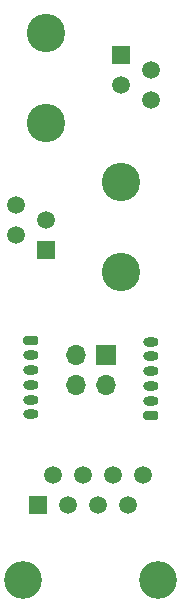
<source format=gts>
G04 #@! TF.GenerationSoftware,KiCad,Pcbnew,(5.1.10)-1*
G04 #@! TF.CreationDate,2021-10-24T19:52:58-07:00*
G04 #@! TF.ProjectId,project,70726f6a-6563-4742-9e6b-696361645f70,rev?*
G04 #@! TF.SameCoordinates,Original*
G04 #@! TF.FileFunction,Soldermask,Top*
G04 #@! TF.FilePolarity,Negative*
%FSLAX46Y46*%
G04 Gerber Fmt 4.6, Leading zero omitted, Abs format (unit mm)*
G04 Created by KiCad (PCBNEW (5.1.10)-1) date 2021-10-24 19:52:58*
%MOMM*%
%LPD*%
G01*
G04 APERTURE LIST*
%ADD10C,3.200000*%
%ADD11R,1.500000X1.500000*%
%ADD12C,1.500000*%
%ADD13R,1.700000X1.700000*%
%ADD14O,1.700000X1.700000*%
%ADD15O,1.300000X0.800000*%
%ADD16C,3.250000*%
%ADD17C,1.520000*%
%ADD18R,1.520000X1.520000*%
G04 APERTURE END LIST*
D10*
X127635000Y-153670000D03*
X116205000Y-153670000D03*
D11*
X117475000Y-147320000D03*
D12*
X118745000Y-144780000D03*
X120015000Y-147320000D03*
X121285000Y-144780000D03*
X122555000Y-147320000D03*
X123825000Y-144780000D03*
X125095000Y-147320000D03*
X126365000Y-144780000D03*
D13*
X123190000Y-134620000D03*
D14*
X120650000Y-134620000D03*
X123190000Y-137160000D03*
X120650000Y-137160000D03*
G36*
G01*
X116390000Y-132950000D02*
X117290000Y-132950000D01*
G75*
G02*
X117490000Y-133150000I0J-200000D01*
G01*
X117490000Y-133550000D01*
G75*
G02*
X117290000Y-133750000I-200000J0D01*
G01*
X116390000Y-133750000D01*
G75*
G02*
X116190000Y-133550000I0J200000D01*
G01*
X116190000Y-133150000D01*
G75*
G02*
X116390000Y-132950000I200000J0D01*
G01*
G37*
D15*
X116840000Y-134600000D03*
X116840000Y-135850000D03*
X116840000Y-137100000D03*
X116840000Y-138350000D03*
X116840000Y-139600000D03*
X127000000Y-133450000D03*
X127000000Y-134700000D03*
X127000000Y-135950000D03*
X127000000Y-137200000D03*
X127000000Y-138450000D03*
G36*
G01*
X127450000Y-140100000D02*
X126550000Y-140100000D01*
G75*
G02*
X126350000Y-139900000I0J200000D01*
G01*
X126350000Y-139500000D01*
G75*
G02*
X126550000Y-139300000I200000J0D01*
G01*
X127450000Y-139300000D01*
G75*
G02*
X127650000Y-139500000I0J-200000D01*
G01*
X127650000Y-139900000D01*
G75*
G02*
X127450000Y-140100000I-200000J0D01*
G01*
G37*
D16*
X118110000Y-114980000D03*
D17*
X127000000Y-113030000D03*
X124460000Y-111760000D03*
X127000000Y-110490000D03*
D16*
X118110000Y-107360000D03*
D18*
X124460000Y-109220000D03*
X118110000Y-125730000D03*
D16*
X124460000Y-127590000D03*
D17*
X115570000Y-124460000D03*
X118110000Y-123190000D03*
X115570000Y-121920000D03*
D16*
X124460000Y-119970000D03*
M02*

</source>
